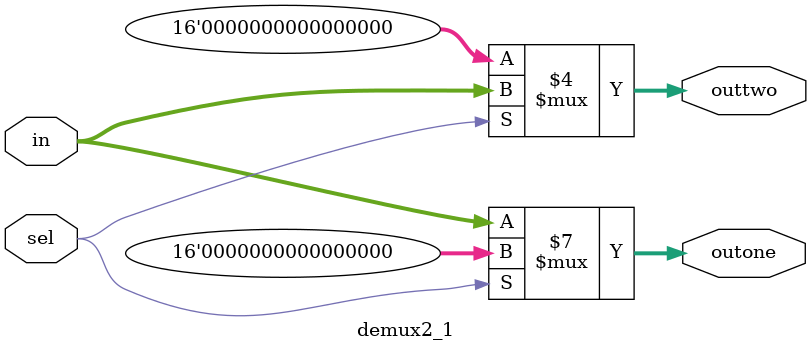
<source format=sv>
/*A 2-1 demux module */
module demux2_1 #(parameter width = 16)
(
	input logic sel,
	input logic [width-1:0] in,
	output logic [width-1:0] outone,
	output logic [width-1:0] outtwo
);


always_comb
begin
	if(sel == 0)
	begin
		outone = in;
		outtwo = 1'b0;
	end
	else
	begin
		outone = 1'b0;
		outtwo = in;
	end
end


endmodule: demux2_1
</source>
